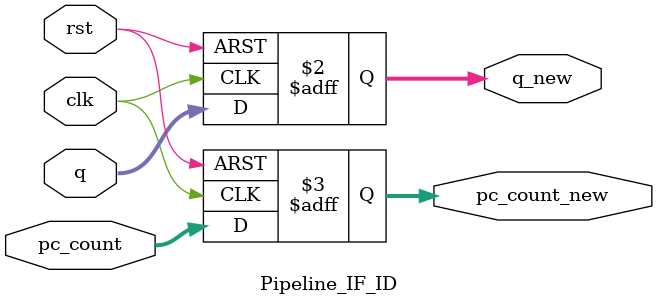
<source format=sv>
module Pipeline_IF_ID(
						input clk, rst,
						input logic[25:0] q,
						input logic [15:0] pc_count,
						output logic[25:0] q_new, 
						output logic[15:0] pc_count_new);
		
		always_ff @(posedge clk or posedge rst)
			if(rst) begin
				q_new = 26'b0;
				pc_count_new = 16'b0;
			end
			else begin
				q_new = q;
				pc_count_new = pc_count;
			end

endmodule 
</source>
